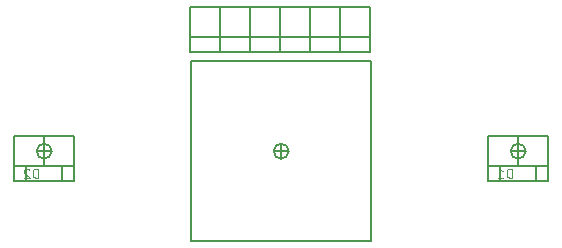
<source format=gbr>
G04 #@! TF.GenerationSoftware,KiCad,Pcbnew,(5.1.9-0-10_14)*
G04 #@! TF.CreationDate,2021-07-10T16:18:32+02:00*
G04 #@! TF.ProjectId,3pdt-switch,33706474-2d73-4776-9974-63682e6b6963,rev?*
G04 #@! TF.SameCoordinates,Original*
G04 #@! TF.FileFunction,Legend,Bot*
G04 #@! TF.FilePolarity,Positive*
%FSLAX46Y46*%
G04 Gerber Fmt 4.6, Leading zero omitted, Abs format (unit mm)*
G04 Created by KiCad (PCBNEW (5.1.9-0-10_14)) date 2021-07-10 16:18:32*
%MOMM*%
%LPD*%
G01*
G04 APERTURE LIST*
%ADD10C,0.127000*%
%ADD11C,0.152400*%
%ADD12C,0.065024*%
G04 APERTURE END LIST*
D10*
X114935000Y-96405700D02*
G75*
G03*
X114935000Y-96405700I-635000J0D01*
G01*
X113665000Y-96405700D02*
X114935000Y-96405700D01*
X114300000Y-95770700D02*
X114300000Y-97040700D01*
D11*
X121920000Y-104025700D02*
X121920000Y-88785700D01*
X106680000Y-104025700D02*
X121920000Y-104025700D01*
X106680000Y-88785700D02*
X106680000Y-104025700D01*
X121920000Y-88785700D02*
X106680000Y-88785700D01*
X121793000Y-84201000D02*
X119253000Y-84201000D01*
X119253000Y-84201000D02*
X119253000Y-86741000D01*
X119253000Y-86741000D02*
X121793000Y-86741000D01*
X121793000Y-86741000D02*
X121793000Y-84201000D01*
X121793000Y-86741000D02*
X121793000Y-88011000D01*
X121793000Y-88011000D02*
X119253000Y-88011000D01*
X119253000Y-88011000D02*
X119253000Y-86741000D01*
X119253000Y-84201000D02*
X116713000Y-84201000D01*
X116713000Y-84201000D02*
X116713000Y-86741000D01*
X116713000Y-86741000D02*
X119253000Y-86741000D01*
X119253000Y-86741000D02*
X119253000Y-84201000D01*
X119253000Y-86741000D02*
X119253000Y-88011000D01*
X119253000Y-88011000D02*
X116713000Y-88011000D01*
X116713000Y-88011000D02*
X116713000Y-86741000D01*
X114173000Y-84201000D02*
X111633000Y-84201000D01*
X111633000Y-84201000D02*
X111633000Y-86741000D01*
X111633000Y-86741000D02*
X114173000Y-86741000D01*
X114173000Y-86741000D02*
X114173000Y-84201000D01*
X114173000Y-86741000D02*
X114173000Y-88011000D01*
X114173000Y-88011000D02*
X111633000Y-88011000D01*
X111633000Y-88011000D02*
X111633000Y-86741000D01*
X116713000Y-84201000D02*
X114173000Y-84201000D01*
X114173000Y-84201000D02*
X114173000Y-86741000D01*
X114173000Y-86741000D02*
X116713000Y-86741000D01*
X116713000Y-86741000D02*
X116713000Y-84201000D01*
X116713000Y-86741000D02*
X116713000Y-88011000D01*
X116713000Y-88011000D02*
X114173000Y-88011000D01*
X114173000Y-88011000D02*
X114173000Y-86741000D01*
X109093000Y-84201000D02*
X106553000Y-84201000D01*
X106553000Y-84201000D02*
X106553000Y-86741000D01*
X106553000Y-86741000D02*
X109093000Y-86741000D01*
X109093000Y-86741000D02*
X109093000Y-84201000D01*
X109093000Y-86741000D02*
X109093000Y-88011000D01*
X109093000Y-88011000D02*
X106553000Y-88011000D01*
X106553000Y-88011000D02*
X106553000Y-86741000D01*
X111633000Y-84201000D02*
X109093000Y-84201000D01*
X109093000Y-84201000D02*
X109093000Y-86741000D01*
X109093000Y-86741000D02*
X111633000Y-86741000D01*
X111633000Y-86741000D02*
X111633000Y-84201000D01*
X111633000Y-86741000D02*
X111633000Y-88011000D01*
X111633000Y-88011000D02*
X109093000Y-88011000D01*
X109093000Y-88011000D02*
X109093000Y-86741000D01*
D10*
X94869000Y-96405700D02*
G75*
G03*
X94869000Y-96405700I-635000J0D01*
G01*
X94234000Y-95770700D02*
X94234000Y-97040700D01*
X93599000Y-96405700D02*
X94869000Y-96405700D01*
X91694000Y-97675700D02*
X92710000Y-97675700D01*
X92710000Y-97675700D02*
X94234000Y-97675700D01*
X94234000Y-97675700D02*
X95758000Y-97675700D01*
X95758000Y-97675700D02*
X96774000Y-97675700D01*
X96774000Y-97675700D02*
X96774000Y-95135700D01*
X94234000Y-95135700D02*
X91694000Y-95135700D01*
X91694000Y-95135700D02*
X91694000Y-97675700D01*
X94234000Y-97675700D02*
X94234000Y-95135700D01*
X94234000Y-95135700D02*
X96774000Y-95135700D01*
X91694000Y-97675700D02*
X91694000Y-98945700D01*
X91694000Y-98945700D02*
X92710000Y-98945700D01*
X92710000Y-98945700D02*
X95758000Y-98945700D01*
X95758000Y-98945700D02*
X96774000Y-98945700D01*
X96774000Y-98945700D02*
X96774000Y-98564700D01*
X96774000Y-98564700D02*
X96774000Y-97675700D01*
X92710000Y-97675700D02*
X92710000Y-98945700D01*
X95758000Y-97675700D02*
X95758000Y-98945700D01*
X92710000Y-97675700D02*
X92710000Y-98945700D01*
X135001000Y-96405700D02*
G75*
G03*
X135001000Y-96405700I-635000J0D01*
G01*
X134366000Y-95770700D02*
X134366000Y-97040700D01*
X133731000Y-96405700D02*
X135001000Y-96405700D01*
X131826000Y-97675700D02*
X132842000Y-97675700D01*
X132842000Y-97675700D02*
X134366000Y-97675700D01*
X134366000Y-97675700D02*
X135890000Y-97675700D01*
X135890000Y-97675700D02*
X136906000Y-97675700D01*
X136906000Y-97675700D02*
X136906000Y-95135700D01*
X134366000Y-95135700D02*
X131826000Y-95135700D01*
X131826000Y-95135700D02*
X131826000Y-97675700D01*
X134366000Y-97675700D02*
X134366000Y-95135700D01*
X134366000Y-95135700D02*
X136906000Y-95135700D01*
X131826000Y-97675700D02*
X131826000Y-98945700D01*
X131826000Y-98945700D02*
X132842000Y-98945700D01*
X132842000Y-98945700D02*
X135890000Y-98945700D01*
X135890000Y-98945700D02*
X136906000Y-98945700D01*
X136906000Y-98945700D02*
X136906000Y-98564700D01*
X136906000Y-98564700D02*
X136906000Y-97675700D01*
X132842000Y-97675700D02*
X132842000Y-98945700D01*
X135890000Y-97675700D02*
X135890000Y-98945700D01*
X132842000Y-97675700D02*
X132842000Y-98945700D01*
D12*
X93694968Y-98665090D02*
X93694968Y-97892930D01*
X93511120Y-97892930D01*
X93400812Y-97929700D01*
X93327273Y-98003239D01*
X93290503Y-98076778D01*
X93253734Y-98223856D01*
X93253734Y-98334164D01*
X93290503Y-98481242D01*
X93327273Y-98554781D01*
X93400812Y-98628320D01*
X93511120Y-98665090D01*
X93694968Y-98665090D01*
X92959577Y-97966469D02*
X92922808Y-97929700D01*
X92849269Y-97892930D01*
X92665421Y-97892930D01*
X92591882Y-97929700D01*
X92555113Y-97966469D01*
X92518343Y-98040008D01*
X92518343Y-98113547D01*
X92555113Y-98223856D01*
X92996347Y-98665090D01*
X92518343Y-98665090D01*
X133826968Y-98665090D02*
X133826968Y-97892930D01*
X133643120Y-97892930D01*
X133532812Y-97929700D01*
X133459273Y-98003239D01*
X133422503Y-98076778D01*
X133385734Y-98223856D01*
X133385734Y-98334164D01*
X133422503Y-98481242D01*
X133459273Y-98554781D01*
X133532812Y-98628320D01*
X133643120Y-98665090D01*
X133826968Y-98665090D01*
X132650343Y-98665090D02*
X133091577Y-98665090D01*
X132870960Y-98665090D02*
X132870960Y-97892930D01*
X132944499Y-98003239D01*
X133018038Y-98076778D01*
X133091577Y-98113547D01*
M02*

</source>
